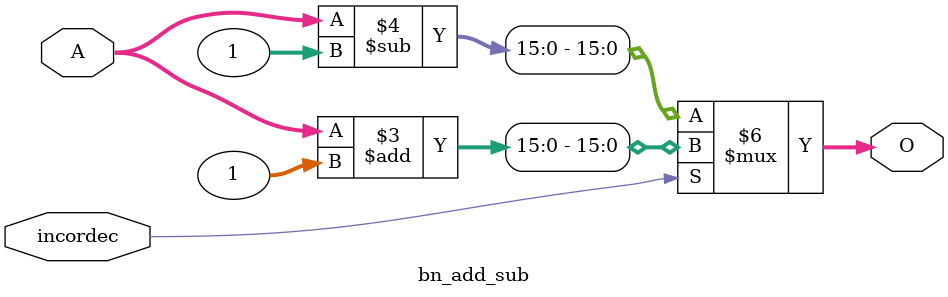
<source format=v>
`timescale 1ns / 1ps


module Register (I,E,FunSel,Clock,Q);
    input [15:0] I;
    input E;
    input [1:0] FunSel;
    input Clock;
    output [15:0] Q;
    
    wire [15:0] IS;
    wire [15:0] D;
    
    b16_MUX_4x1 MUXA(16'b0000000000000000, I, IS, IS, FunSel, D);
    
    wire [15:0] O;
    d_flip_flop DFF(D, E, Clock, O);
    
    assign Q = O;
    
    bn_add_sub addsub(O, FunSel[0], IS);
    
endmodule

module d_flip_flop(D,E,clk,Q);
    input [15:0]D;
    input E;
    input clk;
    output reg [15:0]Q;
    
    always @(posedge clk)
    begin
        if(E == 1)
            Q <= D;
    end
endmodule

module b16_MUX_4x1(D0,D1,D2,D3,S0,Q);
    input wire [15:0]D0;
    input wire [15:0]D1;
    input wire [15:0]D2;
    input wire [15:0]D3;
    input wire [1:0]S0;
    output reg [15:0]Q;
    
    always @(D0 or D1 or D2 or D3 or S0)
    begin
        if(S0 == 2'b00)
            Q = D0;
        else if(S0 == 2'b01)
            Q = D1;
        else if(S0 == 2'b10)
            Q = D2;
        else if(S0 == 2'b11)
            Q = D3;
    end            
            
endmodule

module bn_add_sub (A,incordec,O);
    input [15:0] A;
    input incordec;
    output reg [15:0] O;
    
always @(*) begin
    if (incordec == 1) begin
        O = A + 1;
    end else begin
        O = A - 1;
    end
end
endmodule
</source>
